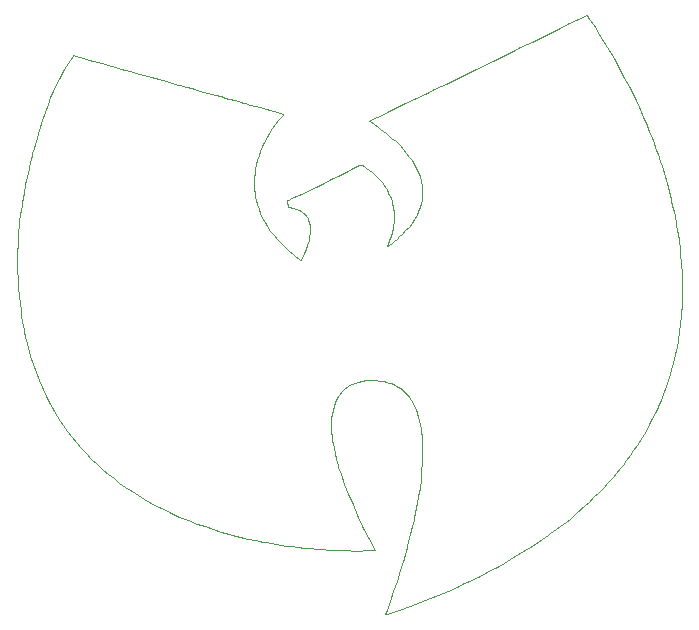
<source format=gbr>
G04 #@! TF.GenerationSoftware,KiCad,Pcbnew,(5.1.2)-1*
G04 #@! TF.CreationDate,2019-07-16T14:08:06-05:00*
G04 #@! TF.ProjectId,wutang-snmp-trap,77757461-6e67-42d7-936e-6d702d747261,rev?*
G04 #@! TF.SameCoordinates,Original*
G04 #@! TF.FileFunction,Profile,NP*
%FSLAX46Y46*%
G04 Gerber Fmt 4.6, Leading zero omitted, Abs format (unit mm)*
G04 Created by KiCad (PCBNEW (5.1.2)-1) date 2019-07-16 14:08:06*
%MOMM*%
%LPD*%
G04 APERTURE LIST*
%ADD10C,0.100000*%
G04 APERTURE END LIST*
D10*
X9053592Y5735802D02*
X9065782Y5528395D01*
X9736043Y3798240D02*
X10046560Y4116111D01*
X9021232Y4572298D02*
X8975172Y4313916D01*
X9049802Y4793566D02*
X9021232Y4572298D01*
X10326411Y4437153D02*
X10575797Y4761693D01*
X10794919Y5090057D02*
X10983981Y5422569D01*
X10983981Y5422569D02*
X11143181Y5759558D01*
X9065782Y5528395D02*
X9068782Y5274342D01*
X9068782Y5274342D02*
X9064482Y5015115D01*
X9064482Y5015115D02*
X9049802Y4793566D01*
X8975172Y4313916D02*
X8898802Y3984619D01*
X10575797Y4761693D02*
X10794919Y5090057D01*
X10046560Y4116111D02*
X10326411Y4437153D01*
X-2073635Y5200637D02*
X-1874666Y4830348D01*
X1935460Y3871433D02*
X1947480Y4052449D01*
X-1874666Y4830348D02*
X-1650640Y4464281D01*
X-1401211Y4101826D02*
X-1126027Y3742375D01*
X-1650640Y4464281D02*
X-1401211Y4101826D01*
X-2247900Y5575756D02*
X-2073635Y5200637D01*
X1377755Y5632658D02*
X1196039Y5766525D01*
X-22737096Y4148537D02*
X-22716506Y4423847D01*
X-22716506Y4423847D02*
X-22684456Y4719145D01*
X-22559231Y5585997D02*
X-22533871Y5751370D01*
X-22684456Y4719145D02*
X-22559231Y5585997D01*
X1692970Y5256740D02*
X1617700Y5371556D01*
X1617700Y5371556D02*
X1531880Y5480150D01*
X1531880Y5480150D02*
X1377755Y5632658D01*
X32750705Y5751286D02*
X32934554Y4822659D01*
X32934554Y4822659D02*
X32979564Y4580965D01*
X33049394Y4173895D02*
X33101514Y3849514D01*
X32979564Y4580965D02*
X33049394Y4173895D01*
X1758030Y5134831D02*
X1692970Y5256740D01*
X1813190Y5004962D02*
X1758030Y5134831D01*
X1947480Y4052449D02*
X1949480Y4225039D01*
X1941380Y4388526D02*
X1922560Y4558915D01*
X1922560Y4558915D02*
X1895130Y4717873D01*
X1949480Y4225039D02*
X1941380Y4388526D01*
X1895130Y4717873D02*
X1858780Y4866266D01*
X1858780Y4866266D02*
X1813190Y5004962D01*
X-22799016Y2990153D02*
X-22762816Y3722387D01*
X-22433550Y6361972D02*
X-22310713Y7061619D01*
X-22762816Y3722387D02*
X-22737096Y4148537D01*
X-22824876Y1516140D02*
X-22819676Y2253329D01*
X-22278723Y7236531D02*
X-22215803Y7576814D01*
X-22215803Y7576814D02*
X-22178743Y7773985D01*
X-22310713Y7061619D02*
X-22278723Y7236531D01*
X-22178743Y7773985D02*
X-22129393Y8022045D01*
X-22129393Y8022045D02*
X-22063563Y8352789D01*
X-22819676Y2253329D02*
X-22799016Y2990153D01*
X-22533871Y5751370D02*
X-22433550Y6361972D01*
X993478Y7134837D02*
X2596310Y7910622D01*
X26137Y6653567D02*
X48367Y6672187D01*
X48367Y6672187D02*
X150897Y6727967D01*
X16182Y6594457D02*
X16637Y6636647D01*
X363794Y6830897D02*
X993478Y7134837D01*
X16637Y6636647D02*
X26137Y6653567D01*
X71812Y6254105D02*
X31862Y6463710D01*
X770837Y5964945D02*
X489379Y6035555D01*
X220652Y6078225D02*
X147532Y6087825D01*
X147532Y6087825D02*
X110182Y6100165D01*
X1196039Y5766525D02*
X991982Y5878405D01*
X2596310Y7910622D02*
X3143304Y8174694D01*
X3143304Y8174694D02*
X3598979Y8395804D01*
X991982Y5878405D02*
X770837Y5964945D01*
X110182Y6100165D02*
X71812Y6254105D01*
X31862Y6463710D02*
X16182Y6594457D01*
X489379Y6035555D02*
X220652Y6078225D01*
X150897Y6727967D02*
X363794Y6830897D01*
X-21536682Y10687067D02*
X-21440292Y11062332D01*
X-21662642Y10165509D02*
X-21579872Y10508977D01*
X-21001343Y12639722D02*
X-20740074Y13472938D01*
X-21261314Y11730181D02*
X-21001343Y12639722D01*
X-21440292Y11062332D02*
X-21339094Y11450322D01*
X-21935987Y8963390D02*
X-21731322Y9879294D01*
X-21579872Y10508977D02*
X-21536682Y10687067D01*
X-22063563Y8352789D02*
X-21935987Y8963390D01*
X-21731322Y9879294D02*
X-21662642Y10165509D01*
X-21339094Y11450322D02*
X-21261314Y11730181D01*
X-162663Y2708123D02*
X202505Y2371756D01*
X523649Y2100506D02*
X715109Y1947595D01*
X1619255Y2533015D02*
X1728620Y2863759D01*
X1228729Y1707278D02*
X1347805Y1911622D01*
X-1900862Y11625884D02*
X-2082630Y11241183D01*
X-2082630Y11241183D02*
X-2243923Y10856446D01*
X-2598456Y9710661D02*
X-2676686Y9333304D01*
X-1481898Y12384328D02*
X-1700118Y12007837D01*
X-2760456Y8640093D02*
X-2776116Y8297239D01*
X1913540Y3682672D02*
X1935460Y3871433D01*
X1149859Y1629838D02*
X1182909Y1650068D01*
X-2724314Y7300346D02*
X-2674024Y6977329D01*
X-824739Y3385318D02*
X-521773Y3061884D01*
X-737367Y13453889D02*
X-999023Y13110067D01*
X-2243923Y10856446D02*
X-2383243Y10474387D01*
X-2674024Y6977329D02*
X-2607164Y6658316D01*
X-1126027Y3742375D02*
X-824739Y3385318D01*
X-2383243Y10474387D02*
X-2498906Y10098500D01*
X-2607164Y6658316D02*
X-2523714Y6342923D01*
X-2775334Y7959918D02*
X-2758074Y7627747D01*
X-1247700Y12752642D02*
X-1481898Y12384328D01*
X-2728376Y8988864D02*
X-2760456Y8640093D01*
X-2498906Y10098500D02*
X-2598456Y9710661D01*
X-2758074Y7627747D02*
X-2724314Y7300346D01*
X-2397810Y5956316D02*
X-2247900Y5575756D01*
X715109Y1947595D02*
X1022139Y1709218D01*
X1022139Y1709218D02*
X1108379Y1649678D01*
X-1700118Y12007837D02*
X-1900862Y11625884D01*
X-2523714Y6342923D02*
X-2397810Y5956316D01*
X-999023Y13110067D02*
X-1247700Y12752642D01*
X1108379Y1649678D02*
X1149859Y1629838D01*
X-521773Y3061884D02*
X-162663Y2708123D01*
X1347805Y1911622D02*
X1485256Y2200867D01*
X1485256Y2200867D02*
X1619255Y2533015D01*
X-2676686Y9333304D02*
X-2728376Y8988864D01*
X1728620Y2863759D02*
X1840330Y3284630D01*
X1840330Y3284630D02*
X1913540Y3682672D01*
X202505Y2371756D02*
X523649Y2100506D01*
X1182909Y1650068D02*
X1228729Y1707278D01*
X-2776116Y8297239D02*
X-2775334Y7959918D01*
X8318390Y-28369262D02*
X8447944Y-28022623D01*
X8447944Y-28022623D02*
X8727101Y-27262775D01*
X8727101Y-27262775D02*
X9014174Y-26438546D01*
X9014174Y-26438546D02*
X9309387Y-25549288D01*
X9309387Y-25549288D02*
X9612958Y-24594348D01*
X9612958Y-24594348D02*
X9841065Y-23831095D01*
X9841065Y-23831095D02*
X9878525Y-23703883D01*
X9878525Y-23703883D02*
X9930955Y-23519433D01*
X9930955Y-23519433D02*
X9980965Y-23341338D01*
X9980965Y-23341338D02*
X10095631Y-22940631D01*
X10095631Y-22940631D02*
X10142021Y-22768902D01*
X10142021Y-22768902D02*
X10171381Y-22660770D01*
X10171381Y-22660770D02*
X10209521Y-22520842D01*
X10209521Y-22520842D02*
X10458648Y-21547699D01*
X10458648Y-21547699D02*
X10622638Y-20870311D01*
X10622638Y-20870311D02*
X10666458Y-20682675D01*
X10666458Y-20682675D02*
X10724878Y-20421902D01*
X10724878Y-20421902D02*
X10769588Y-20218364D01*
X10769588Y-20218364D02*
X10807828Y-20040269D01*
X10807828Y-20040269D02*
X10845858Y-19862179D01*
X10845858Y-19862179D02*
X10973936Y-19213414D01*
X10973936Y-19213414D02*
X11012016Y-19020526D01*
X11012016Y-19020526D02*
X11138160Y-18291153D01*
X11138160Y-18291153D02*
X11168790Y-18106697D01*
X11168790Y-18106697D02*
X11241480Y-17615553D01*
X11241480Y-17615553D02*
X11321890Y-16999981D01*
X11321890Y-16999981D02*
X11394900Y-16308611D01*
X11394900Y-16308611D02*
X11456740Y-15428959D01*
X11456740Y-15428959D02*
X11466740Y-15073591D01*
X11466740Y-15073591D02*
X11470240Y-14547933D01*
X11470240Y-14547933D02*
X11467140Y-14029485D01*
X11467140Y-14029485D02*
X11457340Y-13695750D01*
X11457340Y-13695750D02*
X11422870Y-13248138D01*
X11422870Y-13248138D02*
X11389690Y-12914588D01*
X11389690Y-12914588D02*
X11350010Y-12628946D01*
X11350010Y-12628946D02*
X11296050Y-12325062D01*
X11296050Y-12325062D02*
X11221310Y-11972286D01*
X11221310Y-11972286D02*
X11134720Y-11638336D01*
X11134720Y-11638336D02*
X11036100Y-11322739D01*
X11036100Y-11322739D02*
X10925249Y-11025022D01*
X10925249Y-11025022D02*
X10801978Y-10744713D01*
X10801978Y-10744713D02*
X10666095Y-10481339D01*
X10666095Y-10481339D02*
X10517407Y-10234426D01*
X10517407Y-10234426D02*
X10355725Y-10003501D01*
X10355725Y-10003501D02*
X10239333Y-9856461D01*
X10239333Y-9856461D02*
X10118131Y-9717706D01*
X10118131Y-9717706D02*
X9991990Y-9587161D01*
X9991990Y-9587161D02*
X9860781Y-9464756D01*
X9860781Y-9464756D02*
X9724372Y-9350419D01*
X9724372Y-9350419D02*
X9582636Y-9244075D01*
X9582636Y-9244075D02*
X9435442Y-9145655D01*
X9435442Y-9145655D02*
X9282660Y-9055085D01*
X9282660Y-9055085D02*
X9124159Y-8972295D01*
X9124159Y-8972295D02*
X8959812Y-8897215D01*
X8959812Y-8897215D02*
X8789488Y-8829765D01*
X8789488Y-8829765D02*
X8613056Y-8769875D01*
X8613056Y-8769875D02*
X8430388Y-8717465D01*
X8430388Y-8717465D02*
X8241354Y-8672475D01*
X8241354Y-8672475D02*
X7843667Y-8604465D01*
X7843667Y-8604465D02*
X7590857Y-8583885D01*
X7590857Y-8583885D02*
X7248131Y-8569775D01*
X7248131Y-8569775D02*
X6910706Y-8564775D01*
X6910706Y-8564775D02*
X6673799Y-8571675D01*
X6673799Y-8571675D02*
X6347313Y-8611815D01*
X6347313Y-8611815D02*
X6054616Y-8673915D01*
X6054616Y-8673915D02*
X5776877Y-8762985D01*
X5776877Y-8762985D02*
X5495267Y-8884002D01*
X5495267Y-8884002D02*
X5295878Y-8988865D01*
X5295878Y-8988865D02*
X5108348Y-9107020D01*
X5108348Y-9107020D02*
X4932587Y-9238555D01*
X4932587Y-9238555D02*
X4768503Y-9383559D01*
X4768503Y-9383559D02*
X4616003Y-9542119D01*
X4616003Y-9542119D02*
X4474996Y-9714323D01*
X4474996Y-9714323D02*
X4345391Y-9900258D01*
X4345391Y-9900258D02*
X4227097Y-10100012D01*
X4227097Y-10100012D02*
X4156977Y-10239203D01*
X4156977Y-10239203D02*
X4089887Y-10393013D01*
X4089887Y-10393013D02*
X3969015Y-10730878D01*
X3969015Y-10730878D02*
X3872985Y-11086401D01*
X3872985Y-11086401D02*
X3810315Y-11432377D01*
X3810315Y-11432377D02*
X3779725Y-11764206D01*
X3779725Y-11764206D02*
X3762255Y-12154724D01*
X3762255Y-12154724D02*
X3759455Y-12541907D01*
X3759455Y-12541907D02*
X3773065Y-12863729D01*
X3773065Y-12863729D02*
X3818595Y-13346624D01*
X3818595Y-13346624D02*
X3862345Y-13673507D01*
X3862345Y-13673507D02*
X3894655Y-13870678D01*
X3894655Y-13870678D02*
X3972935Y-14304625D01*
X3972935Y-14304625D02*
X4072145Y-14764079D01*
X4072145Y-14764079D02*
X4189705Y-15237965D01*
X4189705Y-15237965D02*
X4323045Y-15715205D01*
X4323045Y-15715205D02*
X4370635Y-15880573D01*
X4370635Y-15880573D02*
X4566088Y-16497538D01*
X4566088Y-16497538D02*
X4858398Y-17329719D01*
X4858398Y-17329719D02*
X5192363Y-18196306D01*
X5192363Y-18196306D02*
X5561086Y-19080119D01*
X5561086Y-19080119D02*
X5957670Y-19963975D01*
X5957670Y-19963975D02*
X6488708Y-21073679D01*
X6488708Y-21073679D02*
X6957749Y-22009436D01*
X6957749Y-22009436D02*
X7192607Y-22457269D01*
X7192607Y-22457269D02*
X7400973Y-22855021D01*
X7400973Y-22855021D02*
X7431393Y-22921621D01*
X7431393Y-22921621D02*
X7432255Y-22937131D01*
X7432255Y-22937131D02*
X7424955Y-22946031D01*
X7424955Y-22946031D02*
X7253534Y-22963101D01*
X7253534Y-22963101D02*
X6864606Y-22980011D01*
X6864606Y-22980011D02*
X5884601Y-22998151D01*
X5884601Y-22998151D02*
X4902866Y-22981721D01*
X4902866Y-22981721D02*
X3806967Y-22936761D01*
X3806967Y-22936761D02*
X2727443Y-22869981D01*
X2727443Y-22869981D02*
X1794838Y-22788091D01*
X1794838Y-22788091D02*
X1489536Y-22756461D01*
X1489536Y-22756461D02*
X910739Y-22692611D01*
X910739Y-22692611D02*
X351019Y-22622141D01*
X351019Y-22622141D02*
X-100574Y-22559401D01*
X-100574Y-22559401D02*
X-958919Y-22429044D01*
X-958919Y-22429044D02*
X-1747929Y-22291631D01*
X-1747929Y-22291631D02*
X-1983264Y-22247541D01*
X-1983264Y-22247541D02*
X-2383970Y-22169531D01*
X-2383970Y-22169531D02*
X-2625668Y-22120181D01*
X-2625668Y-22120181D02*
X-2867364Y-22069681D01*
X-2867364Y-22069681D02*
X-3078843Y-22024431D01*
X-3078843Y-22024431D02*
X-3333262Y-21967061D01*
X-3333262Y-21967061D02*
X-3611536Y-21903191D01*
X-3611536Y-21903191D02*
X-4603764Y-21656212D01*
X-4603764Y-21656212D02*
X-4909064Y-21573382D01*
X-4909064Y-21573382D02*
X-5567267Y-21386950D01*
X-5567267Y-21386950D02*
X-6264213Y-21172777D01*
X-6264213Y-21172777D02*
X-6956200Y-20944777D01*
X-6956200Y-20944777D02*
X-7599530Y-20716860D01*
X-7599530Y-20716860D02*
X-8375503Y-20419771D01*
X-8375503Y-20419771D02*
X-9087700Y-20126096D01*
X-9087700Y-20126096D02*
X-9780809Y-19819595D01*
X-9780809Y-19819595D02*
X-10442292Y-19506005D01*
X-10442292Y-19506005D02*
X-11059608Y-19191065D01*
X-11059608Y-19191065D02*
X-11498480Y-18955467D01*
X-11498480Y-18955467D02*
X-12054165Y-18639831D01*
X-12054165Y-18639831D02*
X-12603211Y-18308794D01*
X-12603211Y-18308794D02*
X-13142104Y-17964797D01*
X-13142104Y-17964797D02*
X-13667330Y-17610276D01*
X-13667330Y-17610276D02*
X-14175375Y-17247671D01*
X-14175375Y-17247671D02*
X-14662727Y-16879421D01*
X-14662727Y-16879421D02*
X-15125870Y-16507965D01*
X-15125870Y-16507965D02*
X-15561291Y-16135742D01*
X-15561291Y-16135742D02*
X-15752949Y-15969536D01*
X-15752949Y-15969536D02*
X-16072897Y-15678047D01*
X-16072897Y-15678047D02*
X-16538606Y-15221768D01*
X-16538606Y-15221768D02*
X-17021901Y-14728895D01*
X-17021901Y-14728895D02*
X-17394607Y-14327622D01*
X-17394607Y-14327622D02*
X-17828981Y-13821572D01*
X-17828981Y-13821572D02*
X-18214260Y-13346338D01*
X-18214260Y-13346338D02*
X-18573485Y-12872551D01*
X-18573485Y-12872551D02*
X-18929697Y-12370842D01*
X-18929697Y-12370842D02*
X-19180849Y-11995551D01*
X-19180849Y-11995551D02*
X-19441852Y-11586335D01*
X-19441852Y-11586335D02*
X-19687098Y-11184236D01*
X-19687098Y-11184236D02*
X-19890979Y-10830293D01*
X-19890979Y-10830293D02*
X-20053499Y-10537715D01*
X-20053499Y-10537715D02*
X-20368431Y-9919468D01*
X-20368431Y-9919468D02*
X-20667528Y-9303793D01*
X-20667528Y-9303793D02*
X-20743928Y-9132059D01*
X-20743928Y-9132059D02*
X-20994208Y-8549362D01*
X-20994208Y-8549362D02*
X-21254469Y-7876608D01*
X-21254469Y-7876608D02*
X-21504494Y-7168503D01*
X-21504494Y-7168503D02*
X-21724068Y-6479756D01*
X-21724068Y-6479756D02*
X-21935316Y-5725077D01*
X-21935316Y-5725077D02*
X-22087781Y-5118622D01*
X-22087781Y-5118622D02*
X-22132791Y-4921446D01*
X-22132791Y-4921446D02*
X-22244541Y-4401178D01*
X-22244541Y-4401178D02*
X-22356496Y-3833815D01*
X-22356496Y-3833815D02*
X-22381666Y-3700242D01*
X-22381666Y-3700242D02*
X-22411976Y-3522152D01*
X-22411976Y-3522152D02*
X-22468706Y-3165966D01*
X-22468706Y-3165966D02*
X-22520646Y-2822505D01*
X-22520646Y-2822505D02*
X-22546216Y-2644409D01*
X-22546216Y-2644409D02*
X-22623016Y-2027449D01*
X-22623016Y-2027449D02*
X-22693436Y-1351794D01*
X-22693436Y-1351794D02*
X-22748936Y-655382D01*
X-22748936Y-655382D02*
X-22789416Y57560D01*
X-22789416Y57560D02*
X-22814766Y782808D01*
X-22814766Y782808D02*
X-22824876Y1516140D01*
X-20740074Y13472938D02*
X-20502970Y14159866D01*
X-20502970Y14159866D02*
X-20260765Y14816874D01*
X-20260765Y14816874D02*
X-20023925Y15410952D01*
X-20023925Y15410952D02*
X-19783729Y15963056D01*
X-19783729Y15963056D02*
X-19531452Y16494146D01*
X-19531452Y16494146D02*
X-19322712Y16908527D01*
X-19322712Y16908527D02*
X-19122420Y17271399D01*
X-19122420Y17271399D02*
X-18830405Y17754997D01*
X-18830405Y17754997D02*
X-18346497Y18531554D01*
X-18346497Y18531554D02*
X-18144344Y18871838D01*
X-18144344Y18871838D02*
X-18118694Y18916378D01*
X-18118694Y18916378D02*
X-18093374Y18930198D01*
X-18093374Y18930198D02*
X-17823649Y18861728D01*
X-17823649Y18861728D02*
X-17222900Y18694979D01*
X-17222900Y18694979D02*
X-16720426Y18554749D01*
X-16720426Y18554749D02*
X-16376963Y18458999D01*
X-16376963Y18458999D02*
X-15982616Y18349453D01*
X-15982616Y18349453D02*
X-15397456Y18186081D01*
X-15397456Y18186081D02*
X-14252575Y17867574D01*
X-14252575Y17867574D02*
X-14049042Y17810554D01*
X-14049042Y17810554D02*
X-13680136Y17708265D01*
X-13680136Y17708265D02*
X-13247627Y17587953D01*
X-13247627Y17587953D02*
X-12745152Y17447969D01*
X-12745152Y17447969D02*
X-11466705Y17092558D01*
X-11466705Y17092558D02*
X-11174124Y17011018D01*
X-11174124Y17011018D02*
X-10830661Y16915288D01*
X-10830661Y16915288D02*
X-10232780Y16748694D01*
X-10232780Y16748694D02*
X-9730306Y16608718D01*
X-9730306Y16608718D02*
X-9431365Y16525988D01*
X-9431365Y16525988D02*
X-9208748Y16463988D01*
X-9208748Y16463988D02*
X-9049737Y16419168D01*
X-9049737Y16419168D02*
X-8540903Y16277633D01*
X-8540903Y16277633D02*
X-8032067Y16137058D01*
X-8032067Y16137058D02*
X-7834894Y16081258D01*
X-7834894Y16081258D02*
X-7605918Y16016848D01*
X-7605918Y16016848D02*
X-7370583Y15952318D01*
X-7370583Y15952318D02*
X-6111216Y15602179D01*
X-6111216Y15602179D02*
X-5615101Y15464102D01*
X-5615101Y15464102D02*
X-5271638Y15368362D01*
X-5271638Y15368362D02*
X-4921813Y15270882D01*
X-4921813Y15270882D02*
X-4381175Y15120307D01*
X-4381175Y15120307D02*
X-3878701Y14980332D01*
X-3878701Y14980332D02*
X-3675167Y14923002D01*
X-3675167Y14923002D02*
X-3490716Y14872302D01*
X-3490716Y14872302D02*
X-3357147Y14835022D01*
X-3357147Y14835022D02*
X-3109087Y14765332D01*
X-3109087Y14765332D02*
X-2256789Y14528879D01*
X-2256789Y14528879D02*
X-1754313Y14388704D01*
X-1754313Y14388704D02*
X-1410850Y14293264D01*
X-1410850Y14293264D02*
X-863854Y14141182D01*
X-863854Y14141182D02*
X-363402Y13999175D01*
X-363402Y13999175D02*
X-308722Y13974705D01*
X-308722Y13974705D02*
X-305922Y13966005D01*
X-305922Y13966005D02*
X-310322Y13956605D01*
X-310322Y13956605D02*
X-335232Y13924965D01*
X-335232Y13924965D02*
X-499334Y13740093D01*
X-499334Y13740093D02*
X-737367Y13453889D01*
X3598979Y8395804D02*
X3919247Y8549950D01*
X3919247Y8549950D02*
X4314044Y8740759D01*
X4314044Y8740759D02*
X4708066Y8931573D01*
X4708066Y8931573D02*
X4977028Y9060480D01*
X4977028Y9060480D02*
X5623874Y9373682D01*
X5623874Y9373682D02*
X6137614Y9621848D01*
X6137614Y9621848D02*
X6269726Y9685718D01*
X6269726Y9685718D02*
X6340346Y9651098D01*
X6340346Y9651098D02*
X6503947Y9556098D01*
X6503947Y9556098D02*
X6720667Y9410065D01*
X6720667Y9410065D02*
X6958665Y9235455D01*
X6958665Y9235455D02*
X7186101Y9054720D01*
X7186101Y9054720D02*
X7351258Y8907561D01*
X7351258Y8907561D02*
X7546835Y8719754D01*
X7546835Y8719754D02*
X7736547Y8527129D01*
X7736547Y8527129D02*
X7884104Y8365517D01*
X7884104Y8365517D02*
X8037926Y8176724D01*
X8037926Y8176724D02*
X8186048Y7978636D01*
X8186048Y7978636D02*
X8323344Y7778404D01*
X8323344Y7778404D02*
X8444688Y7583181D01*
X8444688Y7583181D02*
X8588852Y7315163D01*
X8588852Y7315163D02*
X8683242Y7120230D01*
X8683242Y7120230D02*
X8719702Y7033320D01*
X8719702Y7033320D02*
X8796282Y6845436D01*
X8796282Y6845436D02*
X8869692Y6627287D01*
X8869692Y6627287D02*
X8935022Y6394891D01*
X8935022Y6394891D02*
X8987332Y6164267D01*
X8987332Y6164267D02*
X9028612Y5934959D01*
X9028612Y5934959D02*
X9053592Y5735802D01*
X8898802Y3984619D02*
X8794576Y3632046D01*
X8794576Y3632046D02*
X8669676Y3278339D01*
X8669676Y3278339D02*
X8531280Y2945638D01*
X8531280Y2945638D02*
X8495070Y2851838D01*
X8495070Y2851838D02*
X8494827Y2831668D01*
X8494827Y2831668D02*
X8505697Y2825568D01*
X8505697Y2825568D02*
X8649325Y2913138D01*
X8649325Y2913138D02*
X8886900Y3077920D01*
X8886900Y3077920D02*
X9100680Y3241177D01*
X9100680Y3241177D02*
X9317929Y3419438D01*
X9317929Y3419438D02*
X9531950Y3607021D01*
X9531950Y3607021D02*
X9736043Y3798240D01*
X11143181Y5759558D02*
X11272723Y6101347D01*
X11272723Y6101347D02*
X11372807Y6448263D01*
X11372807Y6448263D02*
X11429907Y6714926D01*
X11429907Y6714926D02*
X11459747Y6893022D01*
X11459747Y6893022D02*
X11472057Y7082951D01*
X11472057Y7082951D02*
X11475757Y7390464D01*
X11475757Y7390464D02*
X11471057Y7701302D01*
X11471057Y7701302D02*
X11458147Y7901206D01*
X11458147Y7901206D02*
X11379041Y8317070D01*
X11379041Y8317070D02*
X11278945Y8686401D01*
X11278945Y8686401D02*
X11147332Y9041532D01*
X11147332Y9041532D02*
X10973830Y9414892D01*
X10973830Y9414892D02*
X10800081Y9734696D01*
X10800081Y9734696D02*
X10600814Y10054100D01*
X10600814Y10054100D02*
X10375772Y10373419D01*
X10375772Y10373419D02*
X10124693Y10692966D01*
X10124693Y10692966D02*
X9847322Y11013055D01*
X9847322Y11013055D02*
X9543400Y11333997D01*
X9543400Y11333997D02*
X9212666Y11656108D01*
X9212666Y11656108D02*
X8854863Y11979700D01*
X8854863Y11979700D02*
X8372969Y12379329D01*
X8372969Y12379329D02*
X7907155Y12738462D01*
X7907155Y12738462D02*
X7695338Y12892401D01*
X7695338Y12892401D02*
X7019873Y13359827D01*
X7019873Y13359827D02*
X6991243Y13391347D01*
X6991243Y13391347D02*
X7018343Y13413777D01*
X7018343Y13413777D02*
X7083473Y13447867D01*
X7083473Y13447867D02*
X7612701Y13704167D01*
X7612701Y13704167D02*
X8053103Y13918087D01*
X8053103Y13918087D02*
X8512923Y14142167D01*
X8512923Y14142167D02*
X9331890Y14541486D01*
X9331890Y14541486D02*
X10012457Y14871990D01*
X10012457Y14871990D02*
X10801149Y15256725D01*
X10801149Y15256725D02*
X11831540Y15759731D01*
X11831540Y15759731D02*
X12493027Y16080924D01*
X12493027Y16080924D02*
X13024923Y16339944D01*
X13024923Y16339944D02*
X13459489Y16551312D01*
X13459489Y16551312D02*
X13955592Y16793006D01*
X13955592Y16793006D02*
X14451882Y17034705D01*
X14451882Y17034705D02*
X14961686Y17282762D01*
X14961686Y17282762D02*
X15469943Y17530818D01*
X15469943Y17530818D02*
X15827535Y17704085D01*
X15827535Y17704085D02*
X17587739Y18561269D01*
X17587739Y18561269D02*
X19114244Y19305368D01*
X19114244Y19305368D02*
X19782088Y19629873D01*
X19782088Y19629873D02*
X20327421Y19895372D01*
X20327421Y19895372D02*
X20774654Y20113157D01*
X20774654Y20113157D02*
X21270101Y20354853D01*
X21270101Y20354853D02*
X21765891Y20596549D01*
X21765891Y20596549D02*
X22149851Y20782599D01*
X22149851Y20782599D02*
X22968672Y21181821D01*
X22968672Y21181821D02*
X23922735Y21645968D01*
X23922735Y21645968D02*
X25216715Y22272384D01*
X25216715Y22272384D02*
X25370435Y22336864D01*
X25370435Y22336864D02*
X25391005Y22337964D01*
X25391005Y22337964D02*
X25399605Y22330164D01*
X25399605Y22330164D02*
X25602509Y22048197D01*
X25602509Y22048197D02*
X25970955Y21506092D01*
X25970955Y21506092D02*
X26551588Y20610396D01*
X26551588Y20610396D02*
X27132554Y19663793D01*
X27132554Y19663793D02*
X27701194Y18687453D01*
X27701194Y18687453D02*
X28244850Y17702548D01*
X28244850Y17702548D02*
X28586785Y17057136D01*
X28586785Y17057136D02*
X28931982Y16374967D01*
X28931982Y16374967D02*
X29438188Y15345237D01*
X29438188Y15345237D02*
X29887471Y14371674D01*
X29887471Y14371674D02*
X30183199Y13696614D01*
X30183199Y13696614D02*
X30454989Y13053070D01*
X30454989Y13053070D02*
X30594564Y12709605D01*
X30594564Y12709605D02*
X30961823Y11771246D01*
X30961823Y11771246D02*
X31281967Y10903239D01*
X31281967Y10903239D02*
X31406392Y10547053D01*
X31406392Y10547053D02*
X31593387Y9993698D01*
X31593387Y9993698D02*
X31727740Y9586627D01*
X31727740Y9586627D02*
X31808200Y9332210D01*
X31808200Y9332210D02*
X31910058Y9001467D01*
X31910058Y9001467D02*
X32158452Y8152771D01*
X32158452Y8152771D02*
X32246852Y7830738D01*
X32246852Y7830738D02*
X32510933Y6813476D01*
X32510933Y6813476D02*
X32558723Y6609943D01*
X32558723Y6609943D02*
X32713195Y5929376D01*
X32713195Y5929376D02*
X32750705Y5751286D01*
X33101514Y3849514D02*
X33132564Y3645977D01*
X33132564Y3645977D02*
X33162524Y3436083D01*
X33162524Y3436083D02*
X33208474Y3092621D01*
X33208474Y3092621D02*
X33247034Y2787319D01*
X33247034Y2787319D02*
X33323484Y2122473D01*
X33323484Y2122473D02*
X33386254Y1400743D01*
X33386254Y1400743D02*
X33446394Y459398D01*
X33446394Y459398D02*
X33463294Y-75903D01*
X33463294Y-75903D02*
X33468994Y-802485D01*
X33468994Y-802485D02*
X33463394Y-1527809D01*
X33463394Y-1527809D02*
X33446524Y-2059333D01*
X33446524Y-2059333D02*
X33378834Y-3060230D01*
X33378834Y-3060230D02*
X33309814Y-3770290D01*
X33309814Y-3770290D02*
X33133225Y-5042379D01*
X33133225Y-5042379D02*
X33095195Y-5258635D01*
X33095195Y-5258635D02*
X32935985Y-6085493D01*
X32935985Y-6085493D02*
X32897085Y-6269946D01*
X32897085Y-6269946D02*
X32866035Y-6416236D01*
X32866035Y-6416236D02*
X32630517Y-7363192D01*
X32630517Y-7363192D02*
X32566227Y-7599275D01*
X32566227Y-7599275D02*
X32439340Y-8034640D01*
X32439340Y-8034640D02*
X32271649Y-8566063D01*
X32271649Y-8566063D02*
X32098717Y-9074299D01*
X32098717Y-9074299D02*
X31853528Y-9736383D01*
X31853528Y-9736383D02*
X31646592Y-10246015D01*
X31646592Y-10246015D02*
X31426785Y-10758121D01*
X31426785Y-10758121D02*
X31389965Y-10842451D01*
X31389965Y-10842451D02*
X31327775Y-10978319D01*
X31327775Y-10978319D02*
X31154753Y-11345574D01*
X31154753Y-11345574D02*
X30936436Y-11789439D01*
X30936436Y-11789439D02*
X30754218Y-12140633D01*
X30754218Y-12140633D02*
X30664888Y-12306002D01*
X30664888Y-12306002D02*
X30371087Y-12836433D01*
X30371087Y-12836433D02*
X30073654Y-13342754D01*
X30073654Y-13342754D02*
X29624453Y-14055124D01*
X29624453Y-14055124D02*
X29340905Y-14478190D01*
X29340905Y-14478190D02*
X29046069Y-14898484D01*
X29046069Y-14898484D02*
X28739281Y-15316931D01*
X28739281Y-15316931D02*
X28419879Y-15734455D01*
X28419879Y-15734455D02*
X28183441Y-16034440D01*
X28183441Y-16034440D02*
X27895881Y-16381721D01*
X27895881Y-16381721D02*
X27613406Y-16718765D01*
X27613406Y-16718765D02*
X27383101Y-16980084D01*
X27383101Y-16980084D02*
X27123374Y-17272670D01*
X27123374Y-17272670D02*
X26820844Y-17598298D01*
X26820844Y-17598298D02*
X26393617Y-18037975D01*
X26393617Y-18037975D02*
X25946143Y-18485729D01*
X25946143Y-18485729D02*
X25582873Y-18835588D01*
X25582873Y-18835588D02*
X25277572Y-19118929D01*
X25277572Y-19118929D02*
X24513250Y-19797379D01*
X24513250Y-19797379D02*
X24207949Y-20053368D01*
X24207949Y-20053368D02*
X23940688Y-20275986D01*
X23940688Y-20275986D02*
X23622663Y-20531058D01*
X23622663Y-20531058D02*
X23089580Y-20948214D01*
X23089580Y-20948214D02*
X22777922Y-21185486D01*
X22777922Y-21185486D02*
X22323172Y-21520137D01*
X22323172Y-21520137D02*
X22096362Y-21683613D01*
X22096362Y-21683613D02*
X21822860Y-21876495D01*
X21822860Y-21876495D02*
X21633039Y-22007782D01*
X21633039Y-22007782D02*
X20755302Y-22596252D01*
X20755302Y-22596252D02*
X20030212Y-23057642D01*
X20030212Y-23057642D02*
X18916237Y-23724507D01*
X18916237Y-23724507D02*
X18380480Y-24031954D01*
X18380480Y-24031954D02*
X17937627Y-24276219D01*
X17937627Y-24276219D02*
X17810415Y-24346359D01*
X17810415Y-24346359D02*
X17645045Y-24435649D01*
X17645045Y-24435649D02*
X17390627Y-24572696D01*
X17390627Y-24572696D02*
X16355485Y-25099316D01*
X16355485Y-25099316D02*
X15228078Y-25650774D01*
X15228078Y-25650774D02*
X15011827Y-25751864D01*
X15011827Y-25751864D02*
X14367929Y-26047151D01*
X14367929Y-26047151D02*
X13607456Y-26381297D01*
X13607456Y-26381297D02*
X12816126Y-26717282D01*
X12816126Y-26717282D02*
X12079660Y-27018091D01*
X12079660Y-27018091D02*
X10818855Y-27508035D01*
X10818855Y-27508035D02*
X9745381Y-27901694D01*
X9745381Y-27901694D02*
X9471883Y-27999304D01*
X9471883Y-27999304D02*
X8499417Y-28335306D01*
X8499417Y-28335306D02*
X8323024Y-28391516D01*
X8323024Y-28391516D02*
X8316724Y-28385016D01*
X8316724Y-28385016D02*
X8318224Y-28369286D01*
X8318224Y-28369286D02*
X8318373Y-28369361D01*
X8318373Y-28369361D02*
X8318390Y-28369262D01*
M02*

</source>
